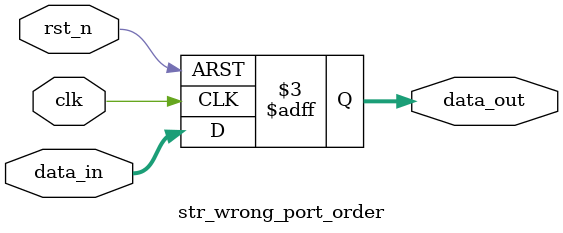
<source format=sv>

module str_wrong_port_order(
  output logic [7:0] data_out,  // Violation: output before inputs
  input wire [7:0] data_in,
  input wire rst_n,               // Violation: reset after data
  input wire clk                  // Violation: clock should be first
);
  // Correct order should be: clk, rst_n, data_in, data_out
  
  always_ff @(posedge clk or negedge rst_n) begin
    if (!rst_n) begin
      data_out <= 8'h00;
    end else begin
      data_out <= data_in;
    end
  end
endmodule


</source>
